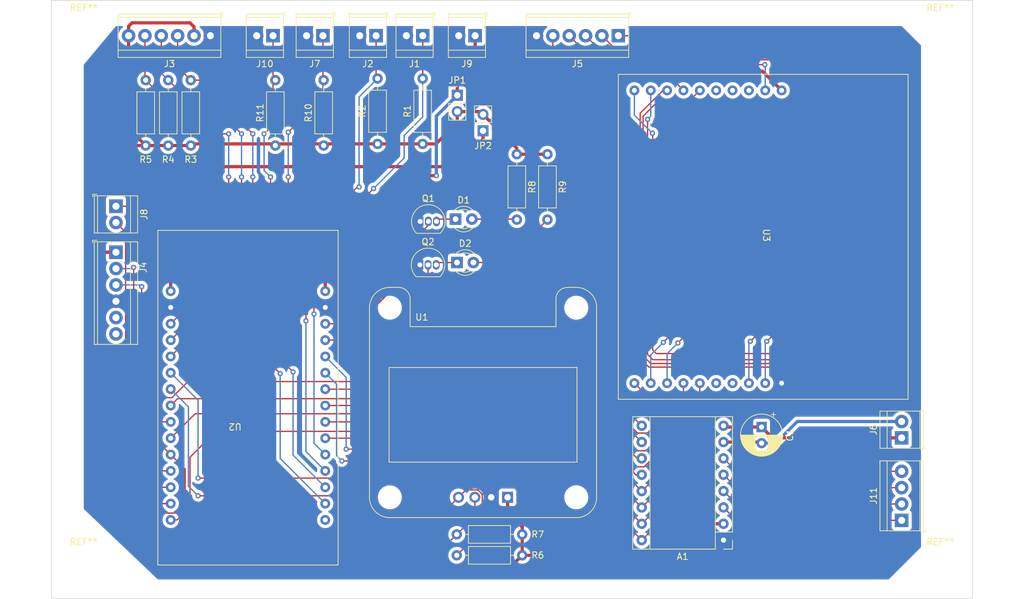
<source format=kicad_pcb>
(kicad_pcb (version 20211014) (generator pcbnew)
  (layers (0 "F.Cu" signal) (31 "B.Cu" signal) (34 "B.Paste" user) (35 "F.Paste" user) (36 "B.SilkS" user "B.Silkscreen") (37 "F.SilkS" user "F.Silkscreen") (38 "B.Mask" user) (39 "F.Mask" user) (44 "Edge.Cuts" user))
  (net 0 "")
  (net 1 "GND")
  (net 2 "/~{ENABLE}")
  (net 3 "VCC")
  (net 4 "/MS1")
  (net 5 "/1B")
  (net 6 "/MS2")
  (net 7 "/1A")
  (net 8 "/MS3")
  (net 9 "/2A")
  (net 10 "/RESET")
  (net 11 "/2B")
  (net 12 "/SLEEP")
  (net 13 "GNDPWR")
  (net 14 "/STEP")
  (net 15 "+VDC")
  (net 16 "/DIR")
  (net 17 "Net-(D1-Pad1)")
  (net 18 "Net-(D1-Pad2)")
  (net 19 "Net-(D2-Pad1)")
  (net 20 "Net-(D2-Pad2)")
  (net 21 "/ENDSWITCH_UP")
  (net 22 "/ENDSWITCH_DOWN")
  (net 23 "/ENC_BUTTON")
  (net 24 "/ENC_B")
  (net 25 "/ENC_A")
  (net 26 "/TX0")
  (net 27 "/RX0")
  (net 30 "/~{STALL}")
  (net 31 "/~{FAULT}")
  (net 32 "/POT")
  (net 33 "/BIN1")
  (net 34 "/BIN2")
  (net 35 "/BUTTON_A")
  (net 36 "/SDA")
  (net 37 "/SCK")
  (net 38 "+5V")
  (net 39 "/BUTTON_B")
  (net 40 "+3V3")
  (net 41 "/LED_RED")
  (net 42 "/LED_GREEN")
  (net 44 "/CS0")
  (net 45 "/CLK")
  (net 46 "/MISO")
  (net 47 "/MOSI")
  (footprint "MountingHole:MountingHole_3.2mm_M3_ISO7380" (layer "F.Cu") (at 55 55)
    (fp_text reference "REF**")
    (fp_text value "MountingHole_3.2mm_M3_ISO7380")
  )
  (footprint "LED_THT:LED_D3.0mm" (layer "F.Cu") (at 112.955 90.75)
    (fp_text reference "D2")
    (fp_text value "LED")
  )
  (footprint "TerminalBlock_TE-Connectivity:TerminalBlock_TE_282834-6_1x06_P2.54mm_Horizontal" (layer "F.Cu") (at 60 89.15 -90)
    (fp_text reference "J4")
    (fp_text value "Conn_01x06")
  )
  (footprint "Resistor_THT:R_Axial_DIN0207_L6.3mm_D2.5mm_P10.16mm_Horizontal" (layer "F.Cu") (at 122.25 73.92 -90)
    (fp_text reference "R8")
    (fp_text value "R")
  )
  (footprint "Connector_PinHeader_2.54mm:PinHeader_1x02_P2.54mm_Vertical" (layer "F.Cu") (at 113 64.75)
    (fp_text reference "JP1")
    (fp_text value "Jumper_2_Open")
  )
  (footprint "TerminalBlock_TE-Connectivity:TerminalBlock_TE_282834-2_1x02_P2.54mm_Horizontal" (layer "F.Cu") (at 107.64 55.5 180)
    (fp_text reference "J1")
    (fp_text value "Conn_01x02")
  )
  (footprint "Resistor_THT:R_Axial_DIN0207_L6.3mm_D2.5mm_P10.16mm_Horizontal" (layer "F.Cu") (at 123.08 133 180)
    (fp_text reference "R7")
    (fp_text value "R")
  )
  (footprint "TerminalBlock_TE-Connectivity:TerminalBlock_TE_282834-2_1x02_P2.54mm_Horizontal" (layer "F.Cu") (at 115.77 55.5 180)
    (fp_text reference "J9")
    (fp_text value "Conn_01x02")
  )
  (footprint "TerminalBlock_TE-Connectivity:TerminalBlock_TE_282834-6_1x06_P2.54mm_Horizontal" (layer "F.Cu") (at 74.66 55.5 180)
    (fp_text reference "J3")
    (fp_text value "Conn_01x06")
  )
  (footprint "TerminalBlock_TE-Connectivity:TerminalBlock_TE_282834-2_1x02_P2.54mm_Horizontal" (layer "F.Cu") (at 100.39 55.5 180)
    (fp_text reference "J2")
    (fp_text value "Conn_01x02")
  )
  (footprint "Resistor_THT:R_Axial_DIN0207_L6.3mm_D2.5mm_P10.16mm_Horizontal" (layer "F.Cu") (at 100.62 72.315 90)
    (fp_text reference "R2")
    (fp_text value "R")
  )
  (footprint "TerminalBlock_TE-Connectivity:TerminalBlock_TE_282834-2_1x02_P2.54mm_Horizontal" (layer "F.Cu") (at 182 118 90)
    (fp_text reference "J6")
    (fp_text value "Conn_01x02")
  )
  (footprint "Resistor_THT:R_Axial_DIN0207_L6.3mm_D2.5mm_P10.16mm_Horizontal" (layer "F.Cu") (at 107.62 72.315 90)
    (fp_text reference "R1")
    (fp_text value "R")
  )
  (footprint "Display:SH1106_Makershop" (layer "F.Cu") (at 125.89 127.235 180)
    (fp_text reference "U1")
    (fp_text value "SH1106_Display_Module")
  )
  (footprint "TerminalBlock_TE-Connectivity:TerminalBlock_TE_282834-6_1x06_P2.54mm_Horizontal" (layer "F.Cu") (at 138 55.5 180)
    (fp_text reference "J5")
    (fp_text value "Conn_01x06")
  )
  (footprint "Resistor_THT:R_Axial_DIN0207_L6.3mm_D2.5mm_P10.16mm_Horizontal" (layer "F.Cu") (at 64.62 72.565 90)
    (fp_text reference "R5")
    (fp_text value "R")
  )
  (footprint "ESP32-DevKits:ESP32-WROOM" (layer "F.Cu") (at 80.5 111.75 180)
    (fp_text reference "U2")
    (fp_text value "ESP32-WROOM")
  )
  (footprint "TerminalBlock_TE-Connectivity:TerminalBlock_TE_282834-2_1x02_P2.54mm_Horizontal" (layer "F.Cu") (at 92.14 55.5 180)
    (fp_text reference "J7")
    (fp_text value "Conn_01x02")
  )
  (footprint "Capacitor_THT:CP_Radial_D6.3mm_P2.50mm" (layer "F.Cu") (at 160.25 116.31762 -90)
    (fp_text reference "C1")
    (fp_text value "C_Polarized")
  )
  (footprint "TerminalBlock_TE-Connectivity:TerminalBlock_TE_282834-2_1x02_P2.54mm_Horizontal" (layer "F.Cu") (at 84.39 55.5 180)
    (fp_text reference "J10")
    (fp_text value "Conn_01x02")
  )
  (footprint "Resistor_THT:R_Axial_DIN0207_L6.3mm_D2.5mm_P10.16mm_Horizontal" (layer "F.Cu") (at 127 73.92 -90)
    (fp_text reference "R9")
    (fp_text value "R")
  )
  (footprint "Module:TI_BOOST_DRV8711" (layer "F.Cu") (at 160.5 86.5 -90)
    (fp_text reference "U3")
    (fp_text value "BOOST-DRV8711")
  )
  (footprint "MountingHole:MountingHole_3.2mm_M3_ISO7380" (layer "F.Cu") (at 188 55)
    (fp_text reference "REF**")
    (fp_text value "MountingHole_3.2mm_M3_ISO7380")
  )
  (footprint "Connector_PinHeader_2.54mm:PinHeader_1x02_P2.54mm_Vertical" (layer "F.Cu") (at 117 70.275 180)
    (fp_text reference "JP2")
    (fp_text value "Jumper_2_Bridged")
  )
  (footprint "TerminalBlock_TE-Connectivity:TerminalBlock_TE_282834-2_1x02_P2.54mm_Horizontal" (layer "F.Cu") (at 60 82 -90)
    (fp_text reference "J8")
    (fp_text value "Conn_01x02")
  )
  (footprint "Resistor_THT:R_Axial_DIN0207_L6.3mm_D2.5mm_P10.16mm_Horizontal" (layer "F.Cu") (at 123.08 136.25 180)
    (fp_text reference "R6")
    (fp_text value "R")
  )
  (footprint "Module:Pololu_Breakout-16_15.2x20.3mm" (layer "F.Cu") (at 154.34 133.89 180)
    (fp_text reference "A1")
    (fp_text value "Pololu_Breakout_A4988")
  )
  (footprint "Resistor_THT:R_Axial_DIN0207_L6.3mm_D2.5mm_P10.16mm_Horizontal" (layer "F.Cu") (at 71.62 72.565 90)
    (fp_text reference "R3")
    (fp_text value "R")
  )
  (footprint "Resistor_THT:R_Axial_DIN0207_L6.3mm_D2.5mm_P10.16mm_Horizontal" (layer "F.Cu") (at 84.75 72.565 90)
    (fp_text reference "R11")
    (fp_text value "R")
  )
  (footprint "Package_TO_SOT_THT:TO-92_Inline" (layer "F.Cu") (at 107.19 91.11)
    (fp_text reference "Q2")
    (fp_text value "2N7000")
  )
  (footprint "Package_TO_SOT_THT:TO-92_Inline" (layer "F.Cu") (at 107.23 84.36)
    (fp_text reference "Q1")
    (fp_text value "2N7000")
  )
  (footprint "TerminalBlock_TE-Connectivity:TerminalBlock_TE_282834-4_1x04_P2.54mm_Horizontal" (layer "F.Cu") (at 182 130.815 90)
    (fp_text reference "J11")
    (fp_text value "Conn_01x04")
  )
  (footprint "MountingHole:MountingHole_3.2mm_M3_ISO7380" (layer "F.Cu") (at 188 138)
    (fp_text reference "REF**")
    (fp_text value "MountingHole_3.2mm_M3_ISO7380")
  )
  (footprint "Resistor_THT:R_Axial_DIN0207_L6.3mm_D2.5mm_P10.16mm_Horizontal" (layer "F.Cu") (at 68.12 72.565 90)
    (fp_text reference "R4")
    (fp_text value "R")
  )
  (footprint "LED_THT:LED_D3.0mm" (layer "F.Cu") (at 112.725 84)
    (fp_text reference "D1")
    (fp_text value "LED")
  )
  (footprint "Resistor_THT:R_Axial_DIN0207_L6.3mm_D2.5mm_P10.16mm_Horizontal" (layer "F.Cu") (at 92.25 72.565 90)
    (fp_text reference "R10")
    (fp_text value "R")
  )
  (footprint "MountingHole:MountingHole_3.2mm_M3_ISO7380" (layer "F.Cu") (at 55 138)
    (fp_text reference "REF**")
    (fp_text value "MountingHole_3.2mm_M3_ISO7380")
  )
  (gr_rect (start 50 50) (end 193 143) (layer "Edge.Cuts") (width 0.1) (fill none))
  (segment (start 135.96 110.43) (end 141.64 116.11) (width 0.2) (layer "F.Cu") (net 2))
  (segment (start 92.5 110.43) (end 135.96 110.43) (width 0.2) (layer "F.Cu") (net 2))
  (segment (start 57.65 89.15) (end 56.5 88) (width 0.5) (layer "F.Cu") (net 3))
  (segment (start 116.555 67.29) (end 117 67.735) (width 0.5) (layer "F.Cu") (net 3))
  (segment (start 100.62 72.315) (end 71.87 72.315) (width 0.5) (layer "F.Cu") (net 3))
  (segment (start 56.5 88) (end 56.5 75.5) (width 0.5) (layer "F.Cu") (net 3))
  (segment (start 64.62 72.565) (end 68.12 72.565) (width 0.5) (layer "F.Cu") (net 3))
  (segment (start 151.15 131.35) (end 154.34 131.35) (width 0.5) (layer "F.Cu") (net 3))
  (segment (start 59.435 72.565) (end 64.62 72.565) (width 0.5) (layer "F.Cu") (net 3))
  (segment (start 72.12 54.12) (end 72.12 55.5) (width 0.5) (layer "F.Cu") (net 3))
  (segment (start 66 138.75) (end 120.58 138.75) (width 0.5) (layer "F.Cu") (net 3))
  (segment (start 113 67.29) (end 116.555 67.29) (width 0.5) (layer "F.Cu") (net 3))
  (segment (start 60 89.15) (end 57.85 89.15) (width 0.5) (layer "F.Cu") (net 3))
  (segment (start 56.5 75.5) (end 59.435 72.565) (width 0.5) (layer "F.Cu") (net 3))
  (segment (start 107.62 72.315) (end 100.62 72.315) (width 0.5) (layer "F.Cu") (net 3))
  (segment (start 61.96 69.905) (end 64.62 72.565) (width 0.5) (layer "F.Cu") (net 3))
  (segment (start 71.87 72.315) (end 71.62 72.565) (width 0.5) (layer "F.Cu") (net 3))
  (segment (start 62.5 53.5) (end 71.5 53.5) (width 0.5) (layer "F.Cu") (net 3))
  (segment (start 120.81 129.44) (end 120.81 127.235) (width 0.5) (layer "F.Cu") (net 3))
  (segment (start 56.5 90.5) (end 56.5 129.25) (width 0.5) (layer "F.Cu") (net 3))
  (segment (start 56.5 129.25) (end 66 138.75) (width 0.5) (layer "F.Cu") (net 3))
  (segment (start 60 89.15) (end 57.65 89.15) (width 0.5) (layer "F.Cu") (net 3))
  (segment (start 122.25 72.985) (end 122.25 73.92) (width 0.5) (layer "F.Cu") (net 3))
  (segment (start 123.08 136.25) (end 123.08 133) (width 0.5) (layer "F.Cu") (net 3))
  (segment (start 123.08 136.25) (end 146.25 136.25) (width 0.5) (layer "F.Cu") (net 3))
  (segment (start 117 67.735) (end 122.25 72.985) (width 0.5) (layer "F.Cu") (net 3))
  (segment (start 122.25 73.92) (end 127 73.92) (width 0.5) (layer "F.Cu") (net 3))
  (segment (start 57.85 89.15) (end 56.5 90.5) (width 0.5) (layer "F.Cu") (net 3))
  (segment (start 146.25 136.25) (end 151.15 131.35) (width 0.5) (layer "F.Cu") (net 3))
  (segment (start 68.12 72.565) (end 71.62 72.565) (width 0.5) (layer "F.Cu") (net 3))
  (segment (start 109.685 72.315) (end 107.62 72.315) (width 0.5) (layer "F.Cu") (net 3))
  (segment (start 113 67.29) (end 113 69) (width 0.5) (layer "F.Cu") (net 3))
  (segment (start 123.08 133) (end 123.08 131.83) (width 0.5) (layer "F.Cu") (net 3))
  (segment (start 71.5 53.5) (end 72.12 54.12) (width 0.5) (layer "F.Cu") (net 3))
  (segment (start 120.75 129.5) (end 120.81 129.44) (width 0.5) (layer "F.Cu") (net 3))
  (segment (start 113 69) (end 109.685 72.315) (width 0.5) (layer "F.Cu") (net 3))
  (segment (start 61.96 54.04) (end 62.5 53.5) (width 0.5) (layer "F.Cu") (net 3))
  (segment (start 61.96 55.5) (end 61.96 54.04) (width 0.5) (layer "F.Cu") (net 3))
  (segment (start 61.96 55.5) (end 61.96 69.905) (width 0.5) (layer "F.Cu") (net 3))
  (segment (start 123.08 131.83) (end 120.75 129.5) (width 0.5) (layer "F.Cu") (net 3))
  (segment (start 120.58 138.75) (end 123.08 136.25) (width 0.5) (layer "F.Cu") (net 3))
  (segment (start 92.5 112.97) (end 135.96 112.97) (width 0.2) (layer "F.Cu") (net 4))
  (segment (start 135.96 112.97) (end 141.64 118.65) (width 0.2) (layer "F.Cu") (net 4))
  (segment (start 156.345 130.815) (end 154.34 128.81) (width 0.2) (layer "F.Cu") (net 5))
  (segment (start 182 130.815) (end 156.345 130.815) (width 0.2) (layer "F.Cu") (net 5))
  (segment (start 92.5 115.51) (end 135.26 115.51) (width 0.2) (layer "F.Cu") (net 6))
  (segment (start 140.94 121.19) (end 141.64 121.19) (width 0.2) (layer "F.Cu") (net 6))
  (segment (start 135.26 115.51) (end 140.94 121.19) (width 0.2) (layer "F.Cu") (net 6))
  (segment (start 182 128.275) (end 156.345 128.275) (width 0.2) (layer "F.Cu") (net 7))
  (segment (start 156.345 128.275) (end 154.34 126.27) (width 0.2) (layer "F.Cu") (net 7))
  (segment (start 140.73 123.73) (end 141.64 123.73) (width 0.2) (layer "F.Cu") (net 8))
  (segment (start 135.05 118.05) (end 140.73 123.73) (width 0.2) (layer "F.Cu") (net 8))
  (segment (start 92.5 118.05) (end 135.05 118.05) (width 0.2) (layer "F.Cu") (net 8))
  (segment (start 156.345 125.735) (end 154.34 123.73) (width 0.2) (layer "F.Cu") (net 9))
  (segment (start 182 125.735) (end 156.345 125.735) (width 0.2) (layer "F.Cu") (net 9))
  (segment (start 142.75 107) (end 141.4 105.65) (width 0.2) (layer "F.Cu") (net 10))
  (segment (start 153.15 112.45) (end 162.25 112.45) (width 0.2) (layer "F.Cu") (net 10))
  (segment (start 162.25 112.45) (end 164.75 109.95) (width 0.2) (layer "F.Cu") (net 10))
  (segment (start 144.95 64) (end 145.58 64) (width 0.2) (layer "F.Cu") (net 10))
  (segment (start 146.15 119.45) (end 153.15 112.45) (width 0.2) (layer "F.Cu") (net 10))
  (segment (start 164.75 108.2) (end 163.55 107) (width 0.2) (layer "F.Cu") (net 10))
  (segment (start 141.4 67.55) (end 144.95 64) (width 0.2) (layer "F.Cu") (net 10))
  (segment (start 135.12 119.75) (end 141.64 126.27) (width 0.2) (layer "F.Cu") (net 10))
  (segment (start 146.15 121.8) (end 146.15 119.45) (width 0.2) (layer "F.Cu") (net 10))
  (segment (start 95.75 119.75) (end 135.12 119.75) (width 0.2) (layer "F.Cu") (net 10))
  (segment (start 141.64 126.27) (end 141.68 126.27) (width 0.2) (layer "F.Cu") (net 10))
  (segment (start 141.4 105.65) (end 141.4 67.55) (width 0.2) (layer "F.Cu") (net 10))
  (segment (start 164.75 109.95) (end 164.75 108.2) (width 0.2) (layer "F.Cu") (net 10))
  (segment (start 141.68 126.27) (end 146.15 121.8) (width 0.2) (layer "F.Cu") (net 10))
  (segment (start 163.55 107) (end 142.75 107) (width 0.2) (layer "F.Cu") (net 10))
  (via (at 95.75 119.75) (size 0.8) (drill 0.4) (layers "F.Cu" "B.Cu") (net 10))
  (segment (start 95.75 108.6) (end 95.75 108.75) (width 0.2) (layer "B.Cu") (net 10))
  (segment (start 95.75 119.75) (end 95.75 108.75) (width 0.2) (layer "B.Cu") (net 10))
  (segment (start 92.5 105.35) (end 95.75 108.6) (width 0.2) (layer "B.Cu") (net 10))
  (segment (start 154.34 121.19) (end 156.345 123.195) (width 0.2) (layer "F.Cu") (net 11))
  (segment (start 182 123.195) (end 156.345 123.195) (width 0.2) (layer "F.Cu") (net 11))
  (segment (start 134.415 121.585) (end 141.64 128.81) (width 0.2) (layer "F.Cu") (net 12))
  (segment (start 141.85 105.25) (end 141.85 68) (width 0.2) (layer "F.Cu") (net 12))
  (segment (start 146.85 119.6) (end 153.550481 112.899519) (width 0.2) (layer "F.Cu") (net 12))
  (segment (start 153.550481 112.899519) (end 162.450481 112.899519) (width 0.2) (layer "F.Cu") (net 12))
  (segment (start 143.05 106.45) (end 141.85 105.25) (width 0.2) (layer "F.Cu") (net 12))
  (segment (start 141.64 128.81) (end 146.85 123.6) (width 0.2) (layer "F.Cu") (net 12))
  (segment (start 165.15 110.2) (end 165.15 107.6) (width 0.2) (layer "F.Cu") (net 12))
  (segment (start 162.450481 112.899519) (end 165.15 110.2) (width 0.2) (layer "F.Cu") (net 12))
  (segment (start 165.15 107.6) (end 164 106.45) (width 0.2) (layer "F.Cu") (net 12))
  (segment (start 149.11 65.55) (end 150.66 64) (width 0.2) (layer "F.Cu") (net 12))
  (segment (start 141.85 68) (end 144.3 65.55) (width 0.2) (layer "F.Cu") (net 12))
  (segment (start 146.85 123.6) (end 146.85 119.6) (width 0.2) (layer "F.Cu") (net 12))
  (segment (start 134.415 121.585) (end 95.085 121.585) (width 0.2) (layer "F.Cu") (net 12))
  (segment (start 164 106.45) (end 143.05 106.45) (width 0.2) (layer "F.Cu") (net 12))
  (segment (start 144.3 65.55) (end 149.11 65.55) (width 0.2) (layer "F.Cu") (net 12))
  (via (at 95.085 121.585) (size 0.8) (drill 0.4) (layers "F.Cu" "B.Cu") (net 12))
  (segment (start 92.5 107.89) (end 94.25 109.64) (width 0.2) (layer "B.Cu") (net 12))
  (segment (start 94.25 120.75) (end 94.25 109.75) (width 0.2) (layer "B.Cu") (net 12))
  (segment (start 95.085 121.585) (end 94.25 120.75) (width 0.2) (layer "B.Cu") (net 12))
  (segment (start 94.25 109.64) (end 94.25 109.75) (width 0.2) (layer "B.Cu") (net 12))
  (segment (start 154.34 118.65) (end 160.08238 118.65) (width 0.5) (layer "F.Cu") (net 13))
  (segment (start 160.08238 118.65) (end 160.25 118.81762) (width 0.5) (layer "F.Cu") (net 13))
  (segment (start 182 115.46) (end 165.79 115.46) (width 0.5) (layer "B.Cu") (net 13))
  (segment (start 162.43238 118.81762) (end 165.79 115.46) (width 0.5) (layer "B.Cu") (net 13))
  (segment (start 160.25 118.81762) (end 162.43238 118.81762) (width 0.5) (layer "B.Cu") (net 13))
  (segment (start 96.75 122.5) (end 95 124.25) (width 0.2) (layer "F.Cu") (net 14))
  (segment (start 132.79 122.5) (end 96.75 122.5) (width 0.2) (layer "F.Cu") (net 14))
  (segment (start 143.365006 105.85) (end 142.55 105.034994) (width 0.2) (layer "F.Cu") (net 14))
  (segment (start 142.55 105.034994) (end 142.55 68.5) (width 0.2) (layer "F.Cu") (net 14))
  (segment (start 147.65 119.7) (end 154.050962 113.299038) (width 0.2) (layer "F.Cu") (net 14))
  (segment (start 95 124.25) (end 72.75 124.25) (width 0.2) (layer "F.Cu") (net 14))
  (segment (start 141.65 131.35) (end 147.65 125.35) (width 0.2) (layer "F.Cu") (net 14))
  (segment (start 141.64 131.35) (end 141.65 131.35) (width 0.2) (layer "F.Cu") (net 14))
  (segment (start 162.750962 113.299038) (end 165.6 110.45) (width 0.2) (layer "F.Cu") (net 14))
  (segment (start 147.65 125.35) (end 147.65 119.7) (width 0.2) (layer "F.Cu") (net 14))
  (segment (start 164.75 105.85) (end 143.365006 105.85) (width 0.2) (layer "F.Cu") (net 14))
  (segment (start 141.64 131.35) (end 132.79 122.5) (width 0.2) (layer "F.Cu") (net 14))
  (segment (start 165.6 106.7) (end 164.75 105.85) (width 0.2) (layer "F.Cu") (net 14))
  (segment (start 154.050962 113.299038) (end 162.750962 113.299038) (width 0.2) (layer "F.Cu") (net 14))
  (segment (start 165.6 110.45) (end 165.6 106.7) (width 0.2) (layer "F.Cu") (net 14))
  (via (at 142.55 68.5) (size 0.8) (drill 0.4) (layers "F.Cu" "B.Cu") (net 14))
  (via (at 72.75 124.25) (size 0.8) (drill 0.4) (layers "F.Cu" "B.Cu") (net 14))
  (segment (start 143.04 68.01) (end 143.04 64) (width 0.2) (layer "B.Cu") (net 14))
  (segment (start 142.55 68.5) (end 143.04 68.01) (width 0.2) (layer "B.Cu") (net 14))
  (segment (start 72.75 112.14) (end 68.5 107.89) (width 0.2) (layer "B.Cu") (net 14))
  (segment (start 72.75 124.25) (end 72.75 112.14) (width 0.2) (layer "B.Cu") (net 14))
  (segment (start 182 118) (end 161.93238 118) (width 0.5) (layer "F.Cu") (net 15))
  (segment (start 154.54762 116.31762) (end 154.34 116.11) (width 0.5) (layer "F.Cu") (net 15))
  (segment (start 160.25 116.31762) (end 154.54762 116.31762) (width 0.5) (layer "F.Cu") (net 15))
  (segment (start 161.93238 118) (end 160.25 116.31762) (width 0.5) (layer "F.Cu") (net 15))
  (segment (start 148.3 127.25) (end 148.3 119.9) (width 0.2) (layer "F.Cu") (net 16))
  (segment (start 148.3 119.9) (end 154.501441 113.698559) (width 0.2) (layer "F.Cu") (net 16))
  (segment (start 143.35 104.35) (end 143.35 70.6) (width 0.2) (layer "F.Cu") (net 16))
  (segment (start 143.9 104.9) (end 143.35 104.35) (width 0.2) (layer "F.Cu") (net 16))
  (segment (start 141.64 133.89) (end 141.66 133.89) (width 0.2) (layer "F.Cu") (net 16))
  (segment (start 164.8 104.9) (end 143.9 104.9) (width 0.2) (layer "F.Cu") (net 16))
  (segment (start 93.75 127) (end 72.75 127) (width 0.2) (layer "F.Cu") (net 16))
  (segment (start 163.301441 113.698559) (end 166.15 110.85) (width 0.2) (layer "F.Cu") (net 16))
  (segment (start 141.66 133.89) (end 148.3 127.25) (width 0.2) (layer "F.Cu") (net 16))
  (segment (start 166.15 106.25) (end 164.8 104.9) (width 0.2) (layer "F.Cu") (net 16))
  (segment (start 131.75 124) (end 96.71 124) (width 0.2) (layer "F.Cu") (net 16))
  (segment (start 96.71 124.04) (end 93.75 127) (width 0.2) (layer "F.Cu") (net 16))
  (segment (start 143.35 70.6) (end 143.3 70.65) (width 0.2) (layer "F.Cu") (net 16))
  (segment (start 96.71 124) (end 96.71 124.04) (width 0.2) (layer "F.Cu") (net 16))
  (segment (start 154.501441 113.698559) (end 163.301441 113.698559) (width 0.2) (layer "F.Cu") (net 16))
  (segment (start 141.64 133.89) (end 131.75 124) (width 0.2) (layer "F.Cu") (net 16))
  (segment (start 166.15 110.85) (end 166.15 106.25) (width 0.2) (layer "F.Cu") (net 16))
  (via (at 72.75 127) (size 0.8) (drill 0.4) (layers "F.Cu" "B.Cu") (net 16))
  (via (at 143.3 70.65) (size 0.8) (drill 0.4) (layers "F.Cu" "B.Cu") (net 16))
  (segment (start 140.5 67.85) (end 140.5 64) (width 0.2) (layer "B.Cu") (net 16))
  (segment (start 72.75 127) (end 71.25 125.5) (width 0.2) (layer "B.Cu") (net 16))
  (segment (start 143.3 70.65) (end 140.5 67.85) (width 0.2) (layer "B.Cu") (net 16))
  (segment (start 71.25 113.18) (end 68.5 110.43) (width 0.2) (layer "B.Cu") (net 16))
  (segment (start 71.25 125.5) (end 71.25 113.18) (width 0.2) (layer "B.Cu") (net 16))
  (segment (start 110.13 84) (end 109.77 84.36) (width 0.2) (layer "F.Cu") (net 17))
  (segment (start 112.725 84) (end 110.13 84) (width 0.2) (layer "F.Cu") (net 17))
  (segment (start 115.265 84) (end 122.17 84) (width 0.2) (layer "F.Cu") (net 18))
  (segment (start 122.17 84) (end 122.25 84.08) (width 0.2) (layer "F.Cu") (net 18))
  (segment (start 112.955 90.75) (end 110.09 90.75) (width 0.2) (layer "F.Cu") (net 19))
  (segment (start 110.09 90.75) (end 109.73 91.11) (width 0.2) (layer "F.Cu") (net 19))
  (segment (start 115.495 90.75) (end 120.33 90.75) (width 0.2) (layer "F.Cu") (net 20))
  (segment (start 120.33 90.75) (end 127 84.08) (width 0.2) (layer "F.Cu") (net 20))
  (segment (start 107.64 55.5) (end 107.64 62.135) (width 0.2) (layer "F.Cu") (net 21))
  (segment (start 90.75 88.5) (end 100 79.25) (width 0.2) (layer "F.Cu") (net 21))
  (segment (start 107.64 62.135) (end 107.62 62.155) (width 0.2) (layer "F.Cu") (net 21))
  (segment (start 90.75 98.8) (end 90.75 98.75) (width 0.2) (layer "F.Cu") (net 21))
  (segment (start 90.75 98.8) (end 90.75 88.5) (width 0.2) (layer "F.Cu") (net 21))
  (via (at 100 79.25) (size 0.8) (drill 0.4) (layers "F.Cu" "B.Cu") (net 21))
  (via (at 90.75 98.75) (size 0.8) (drill 0.4) (layers "F.Cu" "B.Cu") (net 21))
  (segment (start 104.75 74.5) (end 104.75 71) (width 0.2) (layer "B.Cu") (net 21))
  (segment (start 104.75 71) (end 107.62 68.13) (width 0.2) (layer "B.Cu") (net 21))
  (segment (start 90.75 118.84) (end 92.5 120.59) (width 0.2) (layer "B.Cu") (net 21))
  (segment (start 107.62 68.13) (end 107.62 62.155) (width 0.2) (layer "B.Cu") (net 21))
  (segment (start 100 79.25) (end 104.75 74.5) (width 0.2) (layer "B.Cu") (net 21))
  (segment (start 90.75 98.75) (end 90.75 118.84) (width 0.2) (layer "B.Cu") (net 21))
  (segment (start 89.5 99.75) (end 89.5 87) (width 0.2) (layer "F.Cu") (net 22))
  (segment (start 100.39 61.925) (end 100.62 62.155) (width 0.2) (layer "F.Cu") (net 22))
  (segment (start 89.5 99.81) (end 89.5 99.75) (width 0.2) (layer "F.Cu") (net 22))
  (segment (start 100.39 55.5) (end 100.39 61.925) (width 0.2) (layer "F.Cu") (net 22))
  (segment (start 97.5 79) (end 97.75 79) (width 0.2) (layer "F.Cu") (net 22))
  (segment (start 89.5 87) (end 97.5 79) (width 0.2) (layer "F.Cu") (net 22))
  (via (at 97.75 79) (size 0.8) (drill 0.4) (layers "F.Cu" "B.Cu") (net 22))
  (via (at 89.5 99.81) (size 0.8) (drill 0.4) (layers "F.Cu" "B.Cu") (net 22))
  (segment (start 89.5 99.81) (end 89.5 120.13) (width 0.2) (layer "B.Cu") (net 22))
  (segment (start 97.75 65.025) (end 100.62 62.155) (width 0.2) (layer "B.Cu") (net 22))
  (segment (start 89.5 120.13) (end 92.5 123.13) (width 0.2) (layer "B.Cu") (net 22))
  (segment (start 97.75 79) (end 97.75 65.025) (width 0.2) (layer "B.Cu") (net 22))
  (segment (start 69.58 60.365) (end 71.62 62.405) (width 0.2) (layer "F.Cu") (net 23))
  (segment (start 68.5 105.35) (end 81.25 92.6) (width 0.2) (layer "F.Cu") (net 23))
  (segment (start 81.25 92.6) (end 81.25 77.45) (width 0.2) (layer "F.Cu") (net 23))
  (segment (start 72.905 62.405) (end 71.62 62.405) (width 0.2) (layer "F.Cu") (net 23))
  (segment (start 69.58 55.5) (end 69.58 60.365) (width 0.2) (layer "F.Cu") (net 23))
  (segment (start 81.25 70.75) (end 72.905 62.405) (width 0.2) (layer "F.Cu") (net 23))
  (via (at 81.25 70.75) (size 0.8) (drill 0.4) (layers "F.Cu" "B.Cu") (net 23))
  (via (at 81.25 77.45) (size 0.8) (drill 0.4) (layers "F.Cu" "B.Cu") (net 23))
  (segment (start 81.25 77.45) (end 81.25 70.75) (width 0.2) (layer "B.Cu") (net 23))
  (segment (start 74.715 69) (end 68.12 62.405) (width 0.2) (layer "F.Cu") (net 24))
  (segment (start 67.04 55.5) (end 67.04 61.325) (width 0.2) (layer "F.Cu") (net 24))
  (segment (start 68.5 102.81) (end 79.5 91.81) (width 0.2) (layer "F.Cu") (net 24))
  (segment (start 79.5 70.75) (end 77.75 69) (width 0.2) (layer "F.Cu") (net 24))
  (segment (start 77.75 69) (end 74.715 69) (width 0.2) (layer "F.Cu") (net 24))
  (segment (start 67.04 61.325) (end 68.12 62.405) (width 0.2) (layer "F.Cu") (net 24))
  (segment (start 79.5 91.81) (end 79.5 77.45) (width 0.2) (layer "F.Cu") (net 24))
  (via (at 79.5 70.75) (size 0.8) (drill 0.4) (layers "F.Cu" "B.Cu") (net 24))
  (via (at 79.5 77.45) (size 0.8) (drill 0.4) (layers "F.Cu" "B.Cu") (net 24))
  (segment (start 79.5 77.45) (end 79.5 70.75) (width 0.2) (layer "B.Cu") (net 24))
  (segment (start 77.5 91.27) (end 77.5 77.45) (width 0.2) (layer "F.Cu") (net 25))
  (segment (start 64.5 62.285) (end 64.62 62.405) (width 0.2) (layer "F.Cu") (net 25))
  (segment (start 72.965 70.75) (end 64.62 62.405) (width 0.2) (layer "F.Cu") (net 25))
  (segment (start 68.5 100.27) (end 77.5 91.27) (width 0.2) (layer "F.Cu") (net 25))
  (segment (start 64.5 55.5) (end 64.5 62.285) (width 0.2) (layer "F.Cu") (net 25))
  (segment (start 77.5 70.75) (end 72.965 70.75) (width 0.2) (layer "F.Cu") (net 25))
  (via (at 77.5 77.45) (size 0.8) (drill 0.4) (layers "F.Cu" "B.Cu") (net 25))
  (via (at 77.5 70.75) (size 0.8) (drill 0.4) (layers "F.Cu" "B.Cu") (net 25))
  (segment (start 77.5 77.45) (end 77.5 70.75) (width 0.2) (layer "B.Cu") (net 25))
  (segment (start 62.75 121.75) (end 62.75 91.5) (width 0.2) (layer "F.Cu") (net 26))
  (segment (start 66.67 125.67) (end 62.75 121.75) (width 0.2) (layer "F.Cu") (net 26))
  (segment (start 68.5 125.67) (end 66.67 125.67) (width 0.2) (layer "F.Cu") (net 26))
  (via (at 62.75 91.5) (size 0.8) (drill 0.4) (layers "F.Cu" "B.Cu") (net 26))
  (segment (start 62.75 91.5) (end 62.56 91.69) (width 0.2) (layer "B.Cu") (net 26))
  (segment (start 62.56 91.69) (end 60 91.69) (width 0.2) (layer "B.Cu") (net 26))
  (segment (start 64 120.25) (end 64 94.5) (width 0.2) (layer "F.Cu") (net 27))
  (segment (start 66.88 123.13) (end 64 120.25) (width 0.2) (layer "F.Cu") (net 27))
  (segment (start 68.5 123.13) (end 66.88 123.13) (width 0.2) (layer "F.Cu") (net 27))
  (via (at 64 94.5) (size 0.8) (drill 0.4) (layers "F.Cu" "B.Cu") (net 27))
  (segment (start 63.73 94.23) (end 60 94.23) (width 0.2) (layer "B.Cu") (net 27))
  (segment (start 64 94.5) (end 63.73 94.23) (width 0.2) (layer "B.Cu") (net 27))
  (segment (start 161.05 103) (end 172.5 91.55) (width 0.2) (layer "F.Cu") (net 30))
  (segment (start 172.5 58.25) (end 169.75 55.5) (width 0.2) (layer "F.Cu") (net 30))
  (segment (start 172.5 91.55) (end 172.5 58.25) (width 0.2) (layer "F.Cu") (net 30))
  (segment (start 169.75 55.5) (end 138 55.5) (width 0.2) (layer "F.Cu") (net 30))
  (via (at 161.05 103) (size 0.8) (drill 0.4) (layers "F.Cu" "B.Cu") (net 30))
  (segment (start 160.82 103.23) (end 160.82 109.5) (width 0.2) (layer "B.Cu") (net 30))
  (segment (start 161.05 103) (end 160.82 103.23) (width 0.2) (layer "B.Cu") (net 30))
  (segment (start 170.5 59.5) (end 168.75 57.75) (width 0.2) (layer "F.Cu") (net 31))
  (segment (start 158.5 103) (end 170.5 91) (width 0.2) (layer "F.Cu") (net 31))
  (segment (start 137.71 57.75) (end 135.46 55.5) (width 0.2) (layer "F.Cu") (net 31))
  (segment (start 170.5 91) (end 170.5 59.5) (width 0.2) (layer "F.Cu") (net 31))
  (segment (start 168.75 57.75) (end 137.71 57.75) (width 0.2) (layer "F.Cu") (net 31))
  (via (at 158.5 103) (size 0.8) (drill 0.4) (layers "F.Cu" "B.Cu") (net 31))
  (segment (start 158.28 103.22) (end 158.28 109.5) (width 0.2) (layer "B.Cu") (net 31))
  (segment (start 158.5 103) (end 158.28 103.22) (width 0.2) (layer "B.Cu") (net 31))
  (segment (start 127.84 59.34) (end 127.84 55.5) (width 0.2) (layer "F.Cu") (net 32))
  (segment (start 160.75 60) (end 128.5 60) (width 0.2) (layer "F.Cu") (net 32))
  (segment (start 128.5 60) (end 127.84 59.34) (width 0.2) (layer "F.Cu") (net 32))
  (via (at 160.75 60) (size 0.8) (drill 0.4) (layers "F.Cu" "B.Cu") (net 32))
  (segment (start 160.82 60.07) (end 160.82 64) (width 0.2) (layer "B.Cu") (net 32))
  (segment (start 160.75 60) (end 160.82 60.07) (width 0.2) (layer "B.Cu") (net 32))
  (segment (start 168.75 81.75) (end 168.75 60.75) (width 0.2) (layer "F.Cu") (net 33))
  (segment (start 166.5 58.5) (end 135.92 58.5) (width 0.2) (layer "F.Cu") (net 33))
  (segment (start 168.75 60.75) (end 166.5 58.5) (width 0.2) (layer "F.Cu") (net 33))
  (segment (start 147.25 103.25) (end 168.75 81.75) (width 0.2) (layer "F.Cu") (net 33))
  (segment (start 135.92 58.5) (end 132.92 55.5) (width 0.2) (layer "F.Cu") (net 33))
  (via (at 147.25 103.25) (size 0.8) (drill 0.4) (layers "F.Cu" "B.Cu") (net 33))
  (segment (start 145.58 109.5) (end 145.58 104.92) (width 0.2) (layer "B.Cu") (net 33))
  (segment (start 145.58 104.92) (end 147.25 103.25) (width 0.2) (layer "B.Cu") (net 33))
  (segment (start 145 103.15) (end 167 81.15) (width 0.2) (layer "F.Cu") (net 34))
  (segment (start 167 81.15) (end 167 61.5) (width 0.2) (layer "F.Cu") (net 34))
  (segment (start 134.13 59.25) (end 130.38 55.5) (width 0.2) (layer "F.Cu") (net 34))
  (segment (start 164.75 59.25) (end 134.13 59.25) (width 0.2) (layer "F.Cu") (net 34))
  (segment (start 167 61.5) (end 164.75 59.25) (width 0.2) (layer "F.Cu") (net 34))
  (via (at 145 103.15) (size 0.8) (drill 0.4) (layers "F.Cu" "B.Cu") (net 34))
  (segment (start 143.04 109.5) (end 143.04 105.11) (width 0.2) (layer "B.Cu") (net 34))
  (segment (start 143.04 105.11) (end 145 103.15) (width 0.2) (layer "B.Cu") (net 34))
  (segment (start 92.14 65.11) (end 92.14 55.5) (width 0.2) (layer "F.Cu") (net 35))
  (segment (start 86.75 70.5) (end 92.14 65.11) (width 0.2) (layer "F.Cu") (net 35))
  (segment (start 86.75 77.45) (end 86.75 107) (width 0.2) (layer "F.Cu") (net 35))
  (segment (start 86.75 107) (end 87.5 107.75) (width 0.2) (layer "F.Cu") (net 35))
  (via (at 87.5 107.75) (size 0.8) (drill 0.4) (layers "F.Cu" "B.Cu") (net 35))
  (via (at 86.75 77.45) (size 0.8) (drill 0.4) (layers "F.Cu" "B.Cu") (net 35))
  (via (at 86.75 70.5) (size 0.8) (drill 0.4) (layers "F.Cu" "B.Cu") (net 35))
  (segment (start 87.5 107.75) (end 87.5 120.67) (width 0.2) (layer "B.Cu") (net 35))
  (segment (start 86.75 77.45) (end 86.75 70.5) (width 0.2) (layer "B.Cu") (net 35))
  (segment (start 87.5 120.67) (end 92.5 125.67) (width 0.2) (layer "B.Cu") (net 35))
  (segment (start 116.206144 126.085489) (end 114.339511 126.085489) (width 0.2) (layer "F.Cu") (net 36))
  (segment (start 70.75 122.84) (end 70.75 128.25) (width 0.2) (layer "F.Cu") (net 36))
  (segment (start 116.879511 132.290489) (end 116.879511 126.758856) (width 0.2) (layer "F.Cu") (net 36))
  (segment (start 66.75 132.9375) (end 67.3125 133.5) (width 0.2) (layer "F.Cu") (net 36))
  (segment (start 114.339511 126.085489) (end 113.19 127.235) (width 0.2) (layer "F.Cu") (net 36))
  (segment (start 106.925 133.5) (end 113.19 127.235) (width 0.2) (layer "F.Cu") (net 36))
  (segment (start 60 82) (end 61.5 82) (width 0.2) (layer "F.Cu") (net 36))
  (segment (start 65 85.5) (end 65 117.09) (width 0.2) (layer "F.Cu") (net 36))
  (segment (start 67.311511 129.688489) (end 66.75 130.25) (width 0.2) (layer "F.Cu") (net 36))
  (segment (start 68.5 120.59) (end 70.75 122.84) (width 0.2) (layer "F.Cu") (net 36))
  (segment (start 70.75 128.25) (end 69.311511 129.688489) (width 0.2) (layer "F.Cu") (net 36))
  (segment (start 66.75 130.25) (end 66.75 132.9375) (width 0.2) (layer "F.Cu") (net 36))
  (segment (start 67.3125 133.5) (end 106.925 133.5) (width 0.2) (layer "F.Cu") (net 36))
  (segment (start 69.311511 129.688489) (end 67.311511 129.688489) (width 0.2) (layer "F.Cu") (net 36))
  (segment (start 65 117.09) (end 68.5 120.59) (width 0.2) (layer "F.Cu") (net 36))
  (segment (start 61.5 82) (end 65 85.5) (width 0.2) (layer "F.Cu") (net 36))
  (segment (start 116.879511 126.758856) (end 116.206144 126.085489) (width 0.2) (layer "F.Cu") (net 36))
  (segment (start 112.92 136.25) (end 116.879511 132.290489) (width 0.2) (layer "F.Cu") (net 36))
  (segment (start 61.5 86.04) (end 60 84.54) (width 0.2) (layer "F.Cu") (net 37))
  (segment (start 68.5 128.21) (end 65.79 128.21) (width 0.2) (layer "F.Cu") (net 37))
  (segment (start 65.79 128.21) (end 65.1 128.9) (width 0.2) (layer "F.Cu") (net 37))
  (segment (start 68.5 128.21) (end 65.71 128.21) (width 0.2) (layer "F.Cu") (net 37))
  (segment (start 65.1 128.9) (end 65.1 132.4) (width 0.2) (layer "F.Cu") (net 37))
  (segment (start 67.25 134.5) (end 111.42 134.5) (width 0.2) (layer "F.Cu") (net 37))
  (segment (start 65.1 132.4) (end 65.15 132.4) (width 0.2) (layer "F.Cu") (net 37))
  (segment (start 65.71 128.21) (end 61.5 124) (width 0.2) (layer "F.Cu") (net 37))
  (segment (start 115.73 130.19) (end 112.92 133) (width 0.2) (layer "F.Cu") (net 37))
  (segment (start 115.73 127.235) (end 115.73 130.19) (width 0.2) (layer "F.Cu") (net 37))
  (segment (start 65.15 132.4) (end 67.25 134.5) (width 0.2) (layer "F.Cu") (net 37))
  (segment (start 111.42 134.5) (end 112.92 133) (width 0.2) (layer "F.Cu") (net 37))
  (segment (start 61.5 124) (end 61.5 86.04) (width 0.2) (layer "F.Cu") (net 37))
  (segment (start 115.77 60.23) (end 113 63) (width 0.5) (layer "F.Cu") (net 38))
  (segment (start 115.77 55.5) (end 115.77 60.23) (width 0.5) (layer "F.Cu") (net 38))
  (segment (start 113 63) (end 113 64.75) (width 0.5) (layer "F.Cu") (net 38))
  (segment (start 109.75 77.25) (end 105.25 77.25) (width 0.5) (layer "F.Cu") (net 38))
  (segment (start 92.5 90) (end 92.5 95.19) (width 0.5) (layer "F.Cu") (net 38))
  (segment (start 105.25 77.25) (end 92.5 90) (width 0.5) (layer "F.Cu") (net 38))
  (via (at 109.75 77.25) (size 0.8) (drill 0.4) (layers "F.Cu" "B.Cu") (net 38))
  (segment (start 109.75 68) (end 113 64.75) (width 0.5) (layer "B.Cu") (net 38))
  (segment (start 109.75 77.25) (end 109.75 68) (width 0.5) (layer "B.Cu") (net 38))
  (segment (start 84.39 69.36) (end 84.39 55.5) (width 0.2) (layer "F.Cu") (net 39))
  (segment (start 83 70.75) (end 84.39 69.36) (width 0.2) (layer "F.Cu") (net 39))
  (segment (start 84 106.5) (end 85.5 108) (width 0.2) (layer "F.Cu") (net 39))
  (segment (start 84 77.45) (end 84 106.5) (width 0.2) (layer "F.Cu") (net 39))
  (via (at 84 77.45) (size 0.8) (drill 0.4) (layers "F.Cu" "B.Cu") (net 39))
  (via (at 85.5 108) (size 0.8) (drill 0.4) (layers "F.Cu" "B.Cu") (net 39))
  (via (at 83 70.75) (size 0.8) (drill 0.4) (layers "F.Cu" "B.Cu") (net 39))
  (segment (start 85.5 121.21) (end 92.5 128.21) (width 0.2) (layer "B.Cu") (net 39))
  (segment (start 85.5 108) (end 85.5 121.21) (width 0.2) (layer "B.Cu") (net 39))
  (segment (start 83 76.45) (end 84 77.45) (width 0.2) (layer "B.Cu") (net 39))
  (segment (start 83 70.75) (end 83 76.45) (width 0.2) (layer "B.Cu") (net 39))
  (segment (start 137 61) (end 160.36 61) (width 0.5) (layer "F.Cu") (net 40))
  (segment (start 112.75 75.85) (end 71.15 75.85) (width 0.5) (layer "F.Cu") (net 40))
  (segment (start 68.5 78.5) (end 68.5 95.19) (width 0.5) (layer "F.Cu") (net 40))
  (segment (start 135 63) (end 137 61) (width 0.5) (layer "F.Cu") (net 40))
  (segment (start 71.15 75.85) (end 68.5 78.5) (width 0.5) (layer "F.Cu") (net 40))
  (segment (start 160.36 61) (end 163.36 64) (width 0.5) (layer "F.Cu") (net 40))
  (segment (start 135 69.85) (end 135 63) (width 0.5) (layer "F.Cu") (net 40))
  (segment (start 128.5 76.35) (end 135 69.85) (width 0.5) (layer "F.Cu") (net 40))
  (segment (start 117 71.6) (end 117 70.275) (width 0.5) (layer "F.Cu") (net 40))
  (segment (start 117 71.6) (end 121.75 76.35) (width 0.5) (layer "F.Cu") (net 40))
  (segment (start 121.75 76.35) (end 128.5 76.35) (width 0.5) (layer "F.Cu") (net 40))
  (segment (start 112.75 75.85) (end 117 71.6) (width 0.5) (layer "F.Cu") (net 40))
  (segment (start 108.5 84.964022) (end 108.5 84.36) (width 0.2) (layer "F.Cu") (net 41))
  (segment (start 97.55 100.3) (end 105.25 92.6) (width 0.2) (layer "F.Cu") (net 41))
  (segment (start 105.25 92.6) (end 105.25 88.214022) (width 0.2) (layer "F.Cu") (net 41))
  (segment (start 97.52 100.27) (end 97.55 100.3) (width 0.2) (layer "F.Cu") (net 41))
  (segment (start 92.5 100.27) (end 97.52 100.27) (width 0.2) (layer "F.Cu") (net 41))
  (segment (start 105.25 88.214022) (end 108.5 84.964022) (width 0.2) (layer "F.Cu") (net 41))
  (segment (start 108.46 101.71) (end 108.46 91.11) (width 0.2) (layer "F.Cu") (net 42))
  (segment (start 92.5 102.81) (end 107.36 102.81) (width 0.2) (layer "F.Cu") (net 42))
  (segment (start 107.36 102.81) (end 108.46 101.71) (width 0.2) (layer "F.Cu") (net 42))
  (segment (start 140.5 109.5) (end 144 113) (width 0.2) (layer "F.Cu") (net 44))
  (segment (start 144 113) (end 144 116.5) (width 0.2) (layer "F.Cu") (net 44))
  (segment (start 69.561511 111.908489) (end 135.658489 111.908489) (width 0.2) (layer "F.Cu") (net 44))
  (segment (start 68.5 112.97) (end 69.561511 111.908489) (width 0.2) (layer "F.Cu") (net 44))
  (segment (start 144 116.5) (end 143.25 117.25) (width 0.2) (layer "F.Cu") (net 44))
  (segment (start 141 117.25) (end 143.25 117.25) (width 0.2) (layer "F.Cu") (net 44))
  (segment (start 135.658489 111.908489) (end 141 117.25) (width 0.2) (layer "F.Cu") (net 44))
  (segment (start 67.01 115.51) (end 66 114.5) (width 0.2) (layer "F.Cu") (net 45))
  (segment (start 66 114.5) (end 66 112.75) (width 0.2) (layer "F.Cu") (net 45))
  (segment (start 68.5 115.51) (end 67.01 115.51) (width 0.2) (layer "F.Cu") (net 45))
  (segment (start 146.32 62.2) (end 138 62.2) (width 0.2) (layer "F.Cu") (net 45))
  (segment (start 68.681204 111.75) (end 71.181204 109.25) (width 0.2) (layer "F.Cu") (net 45))
  (segment (start 136.15 64.05) (end 136.15 104.85) (width 0.2) (layer "F.Cu") (net 45))
  (segment (start 148.12 64) (end 146.32 62.2) (width 0.2) (layer "F.Cu") (net 45))
  (segment (start 138 62.2) (end 136.15 64.05) (width 0.2) (layer "F.Cu") (net 45))
  (segment (start 71.181204 109.25) (end 131.75 109.25) (width 0.2) (layer "F.Cu") (net 45))
  (segment (start 67 111.75) (end 68.681204 111.75) (width 0.2) (layer "F.Cu") (net 45))
  (segment (start 131.75 109.25) (end 136.15 104.85) (width 0.2) (layer "F.Cu") (net 45))
  (segment (start 66 112.75) (end 67 111.75) (width 0.2) (layer "F.Cu") (net 45))
  (segment (start 143 120) (end 141 120) (width 0.2) (layer "F.Cu") (net 46))
  (segment (start 72.3 114.25) (end 68.5 118.05) (width 0.2) (layer "F.Cu") (net 46))
  (segment (start 148.12 114.88) (end 148.12 109.5) (width 0.2) (layer "F.Cu") (net 46))
  (segment (start 141 120) (end 135.25 114.25) (width 0.2) (layer "F.Cu") (net 46))
  (segment (start 135.25 114.25) (end 72.3 114.25) (width 0.2) (layer "F.Cu") (net 46))
  (segment (start 143 120) (end 148.12 114.88) (width 0.2) (layer "F.Cu") (net 46))
  (segment (start 135.238489 116.988489) (end 140.75 122.5) (width 0.2) (layer "F.Cu") (net 47))
  (segment (start 150.66 113.84) (end 150.66 109.5) (width 0.2) (layer "F.Cu") (net 47))
  (segment (start 71.5 121) (end 75.511511 116.988489) (width 0.2) (layer "F.Cu") (net 47))
  (segment (start 69.5 130.75) (end 71.5 128.75) (width 0.2) (layer "F.Cu") (net 47))
  (segment (start 140.75 122.5) (end 142 122.5) (width 0.2) (layer "F.Cu") (net 47))
  (segment (start 71.5 128.75) (end 71.5 121) (width 0.2) (layer "F.Cu") (net 47))
  (segment (start 75.511511 116.988489) (end 135.238489 116.988489) (width 0.2) (layer "F.Cu") (net 47))
  (segment (start 142 122.5) (end 150.66 113.84) (width 0.2) (layer "F.Cu") (net 47))
  (segment (start 68.5 130.75) (end 69.5 130.75) (width 0.2) (layer "F.Cu") (net 47))
  (zone (net 1) (net_name "GND") (layer "B.Cu") (connect_pads yes (clearance 0.508)) (min_thickness 0.254) (fill yes (thermal_gap 0.508) (thermal_bridge_width 0.508))
    (polygon (pts (xy 185 57) (xy 185 135) (xy 180 140) (xy 66.5 140) (xy 55 129.05) (xy 55 60) (xy 60 54) (xy 182 54)))
  )
)
</source>
